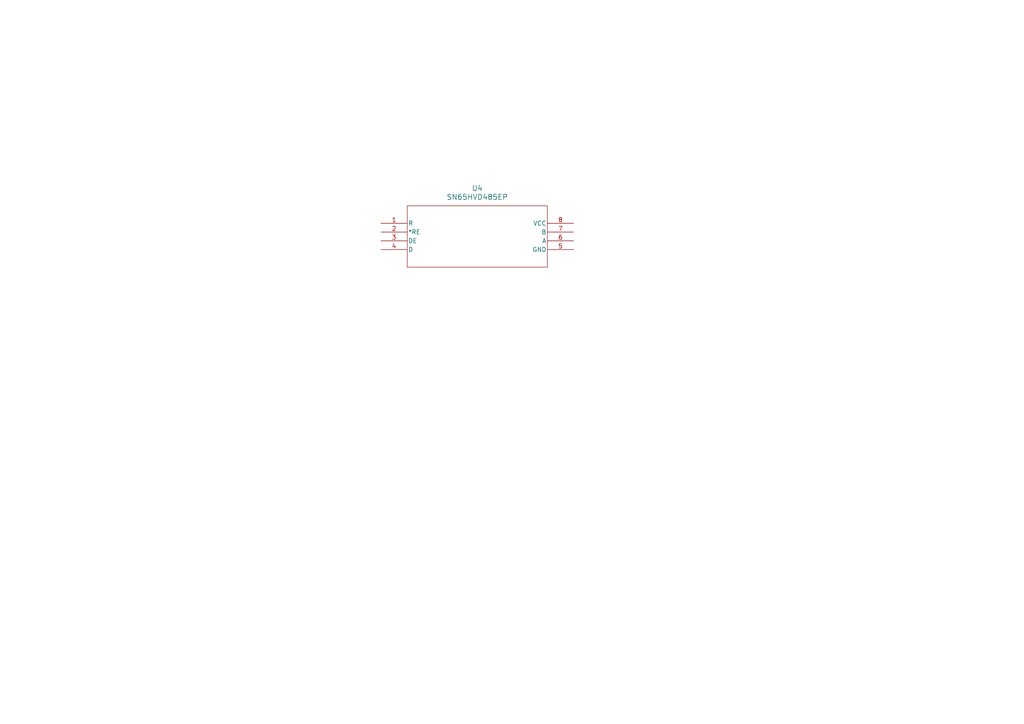
<source format=kicad_sch>
(kicad_sch (version 20231120) (generator "eeschema") (generator_version "8.0")
  (paper "A4")
  (lib_symbols
    (symbol "SN65HVD485EP:SN65HVD485EP" (pin_names (offset 0.254))
      (property "Reference" "U" (at 27.94 10.16 0))
      (property "Value" "SN65HVD485EP" (at 27.94 7.62 0))
      (symbol "SN65HVD485EP_0_1"
        (polyline (pts (xy 7.62 -12.7) (xy 48.26 -12.7)) (stroke (width 0.127)))
        (polyline (pts (xy 7.62 5.08) (xy 7.62 -12.7)) (stroke (width 0.127)))
        (polyline (pts (xy 48.26 -12.7) (xy 48.26 5.08)) (stroke (width 0.127)))
        (polyline (pts (xy 48.26 5.08) (xy 7.62 5.08)) (stroke (width 0.127)))
        (pin output line (at 0 0 0) (length 7.62) (name "R") (number "1"))
        (pin unspecified line (at 0 -2.54 0) (length 7.62) (name "*RE") (number "2"))
        (pin unspecified line (at 0 -5.08 0) (length 7.62) (name "DE") (number "3"))
        (pin input line (at 0 -7.62 0) (length 7.62) (name "D") (number "4"))
        (pin power_in line (at 55.88 -7.62 180) (length 7.62) (name "GND") (number "5"))
        (pin output line (at 55.88 -5.08 180) (length 7.62) (name "A") (number "6"))
        (pin output line (at 55.88 -2.54 180) (length 7.62) (name "B") (number "7"))
        (pin power_in line (at 55.88 0 180) (length 7.62) (name "VCC") (number "8"))
      )
    )
  )
  (symbol (lib_id "SN65HVD485EP:SN65HVD485EP") (at 110.49 64.77 0) (unit 1)
    (property "Reference" "U4" (at 138.43 54.61 0) (effects (font (size 1.524 1.524))))
    (property "Value" "SN65HVD485EP" (at 138.43 57.15 0) (effects (font (size 1.524 1.524))))
    (property "Footprint" "P8" (effects (hide yes)))
    (property "Datasheet" "SN65HVD485EP" (effects (hide yes)))
  )
)
</source>
